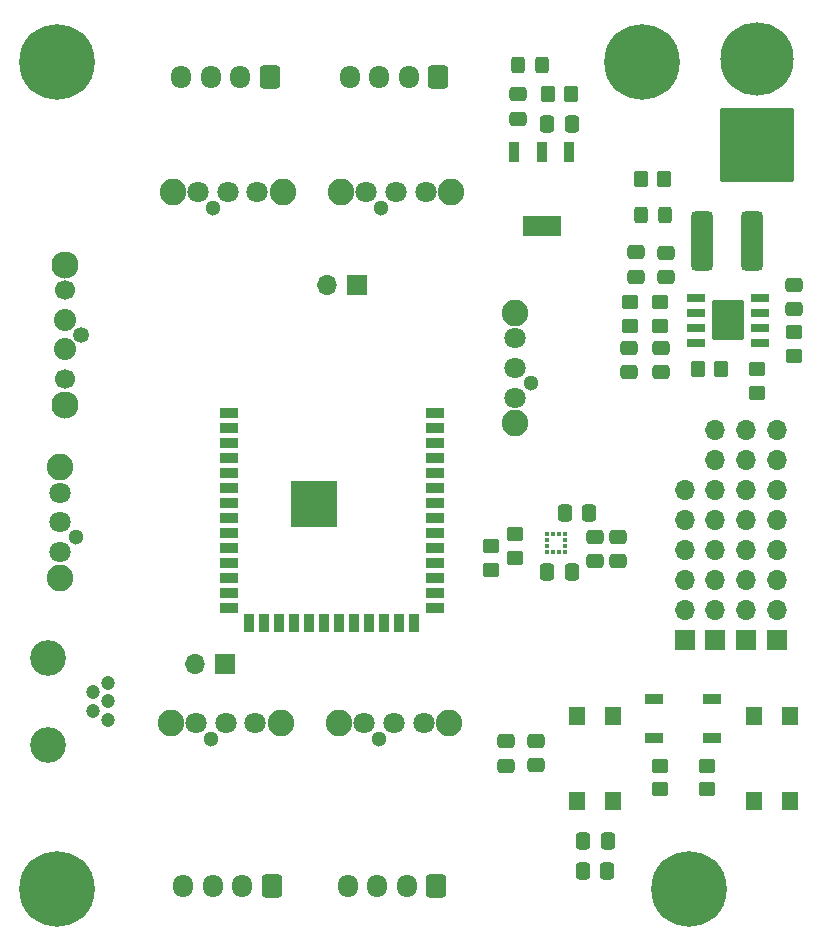
<source format=gbr>
%TF.GenerationSoftware,KiCad,Pcbnew,8.0.7*%
%TF.CreationDate,2025-04-09T11:56:33+02:00*%
%TF.ProjectId,PCB_CDFR,5043425f-4344-4465-922e-6b696361645f,rev?*%
%TF.SameCoordinates,Original*%
%TF.FileFunction,Soldermask,Top*%
%TF.FilePolarity,Negative*%
%FSLAX46Y46*%
G04 Gerber Fmt 4.6, Leading zero omitted, Abs format (unit mm)*
G04 Created by KiCad (PCBNEW 8.0.7) date 2025-04-09 11:56:33*
%MOMM*%
%LPD*%
G01*
G04 APERTURE LIST*
G04 Aperture macros list*
%AMRoundRect*
0 Rectangle with rounded corners*
0 $1 Rounding radius*
0 $2 $3 $4 $5 $6 $7 $8 $9 X,Y pos of 4 corners*
0 Add a 4 corners polygon primitive as box body*
4,1,4,$2,$3,$4,$5,$6,$7,$8,$9,$2,$3,0*
0 Add four circle primitives for the rounded corners*
1,1,$1+$1,$2,$3*
1,1,$1+$1,$4,$5*
1,1,$1+$1,$6,$7*
1,1,$1+$1,$8,$9*
0 Add four rect primitives between the rounded corners*
20,1,$1+$1,$2,$3,$4,$5,0*
20,1,$1+$1,$4,$5,$6,$7,0*
20,1,$1+$1,$6,$7,$8,$9,0*
20,1,$1+$1,$8,$9,$2,$3,0*%
G04 Aperture macros list end*
%ADD10RoundRect,0.030000X0.745000X0.270000X-0.745000X0.270000X-0.745000X-0.270000X0.745000X-0.270000X0*%
%ADD11RoundRect,0.135500X-1.219500X-1.564500X1.219500X-1.564500X1.219500X1.564500X-1.219500X1.564500X0*%
%ADD12RoundRect,0.250000X0.450000X-0.350000X0.450000X0.350000X-0.450000X0.350000X-0.450000X-0.350000X0*%
%ADD13R,1.500000X0.900000*%
%ADD14R,0.900000X1.500000*%
%ADD15C,0.600000*%
%ADD16R,3.900000X3.900000*%
%ADD17R,1.700000X1.700000*%
%ADD18O,1.700000X1.700000*%
%ADD19RoundRect,0.250000X-0.475000X0.337500X-0.475000X-0.337500X0.475000X-0.337500X0.475000X0.337500X0*%
%ADD20RoundRect,0.250000X-0.350000X-0.450000X0.350000X-0.450000X0.350000X0.450000X-0.350000X0.450000X0*%
%ADD21RoundRect,0.475000X0.475000X2.075000X-0.475000X2.075000X-0.475000X-2.075000X0.475000X-2.075000X0*%
%ADD22C,3.600000*%
%ADD23C,6.400000*%
%ADD24RoundRect,0.250000X-0.450000X0.350000X-0.450000X-0.350000X0.450000X-0.350000X0.450000X0.350000X0*%
%ADD25RoundRect,0.250000X0.600000X0.725000X-0.600000X0.725000X-0.600000X-0.725000X0.600000X-0.725000X0*%
%ADD26O,1.700000X1.950000*%
%ADD27C,1.300000*%
%ADD28C,1.800000*%
%ADD29C,2.250000*%
%ADD30R,1.400000X1.600000*%
%ADD31C,1.200000*%
%ADD32C,3.030000*%
%ADD33R,0.950000X1.750000*%
%ADD34R,3.200000X1.750000*%
%ADD35RoundRect,0.250000X-0.337500X-0.475000X0.337500X-0.475000X0.337500X0.475000X-0.337500X0.475000X0*%
%ADD36R,0.375000X0.350000*%
%ADD37R,0.350000X0.375000*%
%ADD38RoundRect,0.250000X0.475000X-0.337500X0.475000X0.337500X-0.475000X0.337500X-0.475000X-0.337500X0*%
%ADD39RoundRect,0.250000X-0.325000X-0.450000X0.325000X-0.450000X0.325000X0.450000X-0.325000X0.450000X0*%
%ADD40RoundRect,0.250000X0.337500X0.475000X-0.337500X0.475000X-0.337500X-0.475000X0.337500X-0.475000X0*%
%ADD41C,6.204000*%
%ADD42RoundRect,0.102000X3.000000X-3.000000X3.000000X3.000000X-3.000000X3.000000X-3.000000X-3.000000X0*%
%ADD43C,1.350000*%
%ADD44C,1.700000*%
%ADD45C,1.875000*%
%ADD46C,2.300000*%
%ADD47RoundRect,0.090000X-0.660000X-0.360000X0.660000X-0.360000X0.660000X0.360000X-0.660000X0.360000X0*%
G04 APERTURE END LIST*
D10*
%TO.C,BUCK1*%
X140600000Y-48995000D03*
X140600000Y-50265000D03*
X140600000Y-51535000D03*
X140600000Y-52805000D03*
X146000000Y-52800000D03*
X146000000Y-51530000D03*
X146000000Y-50260000D03*
X146000000Y-48990000D03*
D11*
X143300000Y-50900000D03*
%TD*%
D12*
%TO.C,R6*%
X148900000Y-53900000D03*
X148900000Y-51900000D03*
%TD*%
D13*
%TO.C,U2*%
X101000000Y-58740000D03*
X101000000Y-60010000D03*
X101000000Y-61280000D03*
X101000000Y-62550000D03*
X101000000Y-63820000D03*
X101000000Y-65090000D03*
X101000000Y-66360000D03*
X101000000Y-67630000D03*
X101000000Y-68900000D03*
X101000000Y-70170000D03*
X101000000Y-71440000D03*
X101000000Y-72710000D03*
X101000000Y-73980000D03*
X101000000Y-75250000D03*
D14*
X102765000Y-76500000D03*
X104035000Y-76500000D03*
X105305000Y-76500000D03*
X106575000Y-76500000D03*
X107845000Y-76500000D03*
X109115000Y-76500000D03*
X110385000Y-76500000D03*
X111655000Y-76500000D03*
X112925000Y-76500000D03*
X114195000Y-76500000D03*
X115465000Y-76500000D03*
X116735000Y-76500000D03*
D13*
X118500000Y-75250000D03*
X118500000Y-73980000D03*
X118500000Y-72710000D03*
X118500000Y-71440000D03*
X118500000Y-70170000D03*
X118500000Y-68900000D03*
X118500000Y-67630000D03*
X118500000Y-66360000D03*
X118500000Y-65090000D03*
X118500000Y-63820000D03*
X118500000Y-62550000D03*
X118500000Y-61280000D03*
X118500000Y-60010000D03*
X118500000Y-58740000D03*
D15*
X106850000Y-65760000D03*
X106850000Y-67160000D03*
X107550000Y-65060000D03*
X107550000Y-66460000D03*
X107550000Y-67860000D03*
X108250000Y-65760000D03*
D16*
X108250000Y-66460000D03*
D15*
X108250000Y-67160000D03*
X108950000Y-65060000D03*
X108950000Y-66460000D03*
X108950000Y-67860000D03*
X109650000Y-65760000D03*
X109650000Y-67160000D03*
%TD*%
D12*
%TO.C,R1*%
X137500000Y-90600000D03*
X137500000Y-88600000D03*
%TD*%
D17*
%TO.C,FREE_PIN_1*%
X139600000Y-77975000D03*
D18*
X139600000Y-75435000D03*
X139600000Y-72895000D03*
X139600000Y-70355000D03*
X139600000Y-67815000D03*
X139600000Y-65275000D03*
%TD*%
D19*
%TO.C,C7*%
X137600000Y-53200000D03*
X137600000Y-55275000D03*
%TD*%
D20*
%TO.C,R5*%
X140700000Y-55000000D03*
X142700000Y-55000000D03*
%TD*%
D21*
%TO.C,L1*%
X145300000Y-44200000D03*
X141100000Y-44200000D03*
%TD*%
D17*
%TO.C,GND_1*%
X144800000Y-77975000D03*
D18*
X144800000Y-75435000D03*
X144800000Y-72895000D03*
X144800000Y-70355000D03*
X144800000Y-67815000D03*
X144800000Y-65275000D03*
X144800000Y-62735000D03*
X144800000Y-60195000D03*
%TD*%
D17*
%TO.C,FREE_PIN_3*%
X100700000Y-80000000D03*
D18*
X98160000Y-80000000D03*
%TD*%
D22*
%TO.C,H3*%
X86500000Y-99000000D03*
D23*
X86500000Y-99000000D03*
%TD*%
D20*
%TO.C,RLED1*%
X135900000Y-38950000D03*
X137900000Y-38950000D03*
%TD*%
D24*
%TO.C,R801*%
X123250000Y-70000000D03*
X123250000Y-72000000D03*
%TD*%
D25*
%TO.C,ENC4*%
X118580000Y-98750000D03*
D26*
X116080000Y-98750000D03*
X113580000Y-98750000D03*
X111080000Y-98750000D03*
%TD*%
D27*
%TO.C,UART_HEDGEHOG1*%
X126590000Y-56170000D03*
D28*
X125250000Y-57420000D03*
X125250000Y-54920000D03*
X125250000Y-52420000D03*
D29*
X125250000Y-59590000D03*
X125250000Y-50250000D03*
%TD*%
D25*
%TO.C,ENC1*%
X104500000Y-30250000D03*
D26*
X102000000Y-30250000D03*
X99500000Y-30250000D03*
X97000000Y-30250000D03*
%TD*%
D20*
%TO.C,RLED2*%
X128000000Y-31750000D03*
X130000000Y-31750000D03*
%TD*%
D19*
%TO.C,C1*%
X127000000Y-86462500D03*
X127000000Y-88537500D03*
%TD*%
D30*
%TO.C,SWITCHEN1*%
X130500000Y-84400000D03*
X130500000Y-91600000D03*
X133500000Y-84400000D03*
X133500000Y-91600000D03*
%TD*%
%TO.C,SWITCHBOOT1*%
X148500000Y-91600000D03*
X148500000Y-84400000D03*
X145500000Y-91600000D03*
X145500000Y-84400000D03*
%TD*%
D31*
%TO.C,MINIUSB1*%
X90750000Y-81550000D03*
X89550000Y-82350000D03*
X90750000Y-83150000D03*
X89550000Y-83950000D03*
X90750000Y-84750000D03*
D32*
X85700000Y-79500000D03*
X85700000Y-86800000D03*
%TD*%
D19*
%TO.C,C14*%
X132000000Y-69212500D03*
X132000000Y-71287500D03*
%TD*%
D33*
%TO.C,LDO1*%
X129800000Y-36600000D03*
X127500000Y-36600000D03*
X125200000Y-36600000D03*
D34*
X127500000Y-42900000D03*
%TD*%
D35*
%TO.C,C13*%
X127962500Y-72212500D03*
X130037500Y-72212500D03*
%TD*%
D36*
%TO.C,U1*%
X127975000Y-68962500D03*
X127975000Y-69462500D03*
X127975000Y-69962500D03*
X127975000Y-70462500D03*
D37*
X128487500Y-70475000D03*
X128987500Y-70475000D03*
D36*
X129500000Y-70462500D03*
X129500000Y-69962500D03*
X129500000Y-69462500D03*
X129500000Y-68962500D03*
D37*
X128987500Y-68950000D03*
X128487500Y-68950000D03*
%TD*%
D27*
%TO.C,MOTOR2*%
X113920000Y-41340000D03*
D28*
X112670000Y-40000000D03*
X115170000Y-40000000D03*
X117670000Y-40000000D03*
D29*
X110500000Y-40000000D03*
X119840000Y-40000000D03*
%TD*%
D38*
%TO.C,C8*%
X148900000Y-49937500D03*
X148900000Y-47862500D03*
%TD*%
D39*
%TO.C,LED1*%
X135900000Y-41950000D03*
X137950000Y-41950000D03*
%TD*%
D17*
%TO.C,5V_1*%
X142200000Y-77975000D03*
D18*
X142200000Y-75435000D03*
X142200000Y-72895000D03*
X142200000Y-70355000D03*
X142200000Y-67815000D03*
X142200000Y-65275000D03*
X142200000Y-62735000D03*
X142200000Y-60195000D03*
%TD*%
D35*
%TO.C,C15*%
X129462500Y-67212500D03*
X131537500Y-67212500D03*
%TD*%
D24*
%TO.C,R8*%
X141500000Y-88600000D03*
X141500000Y-90600000D03*
%TD*%
D40*
%TO.C,C5*%
X133100000Y-95000000D03*
X131025000Y-95000000D03*
%TD*%
D25*
%TO.C,ENC2*%
X118750000Y-30250000D03*
D26*
X116250000Y-30250000D03*
X113750000Y-30250000D03*
X111250000Y-30250000D03*
%TD*%
D19*
%TO.C,C9*%
X138000000Y-45162500D03*
X138000000Y-47237500D03*
%TD*%
D22*
%TO.C,H1*%
X86500000Y-29000000D03*
D23*
X86500000Y-29000000D03*
%TD*%
D19*
%TO.C,C12*%
X134000000Y-69212500D03*
X134000000Y-71287500D03*
%TD*%
D12*
%TO.C,R2*%
X137500000Y-51337500D03*
X137500000Y-49337500D03*
%TD*%
D27*
%TO.C,MOTOR1*%
X99670000Y-41340000D03*
D28*
X98420000Y-40000000D03*
X100920000Y-40000000D03*
X103420000Y-40000000D03*
D29*
X96250000Y-40000000D03*
X105590000Y-40000000D03*
%TD*%
D22*
%TO.C,H2*%
X136000000Y-29000000D03*
D23*
X136000000Y-29000000D03*
%TD*%
D12*
%TO.C,R7*%
X145700000Y-57000000D03*
X145700000Y-55000000D03*
%TD*%
D41*
%TO.C,POWER_1*%
X145750000Y-28800000D03*
D42*
X145750000Y-36000000D03*
%TD*%
D17*
%TO.C,3V3_1*%
X147400000Y-77975000D03*
D18*
X147400000Y-75435000D03*
X147400000Y-72895000D03*
X147400000Y-70355000D03*
X147400000Y-67815000D03*
X147400000Y-65275000D03*
X147400000Y-62735000D03*
X147400000Y-60195000D03*
%TD*%
D22*
%TO.C,H4*%
X140000000Y-99000000D03*
D23*
X140000000Y-99000000D03*
%TD*%
D27*
%TO.C,URGENCE1*%
X88090000Y-69250000D03*
D28*
X86750000Y-70500000D03*
X86750000Y-68000000D03*
X86750000Y-65500000D03*
D29*
X86750000Y-72670000D03*
X86750000Y-63330000D03*
%TD*%
D17*
%TO.C,FREE_PIN_2*%
X111875000Y-47900000D03*
D18*
X109335000Y-47900000D03*
%TD*%
D24*
%TO.C,R3*%
X135000000Y-49337500D03*
X135000000Y-51337500D03*
%TD*%
D43*
%TO.C,UART_LIDAR1*%
X88500000Y-52100000D03*
D44*
X87160000Y-55850000D03*
D45*
X87160000Y-53350000D03*
X87160000Y-50850000D03*
D44*
X87160000Y-48350000D03*
D46*
X87160000Y-58020000D03*
X87160000Y-46180000D03*
%TD*%
D24*
%TO.C,R800*%
X125250000Y-69000000D03*
X125250000Y-71000000D03*
%TD*%
D19*
%TO.C,C10*%
X135500000Y-45125000D03*
X135500000Y-47200000D03*
%TD*%
D40*
%TO.C,C6*%
X133037500Y-97500000D03*
X130962500Y-97500000D03*
%TD*%
D27*
%TO.C,MOTOR3*%
X99500000Y-86340000D03*
D28*
X98250000Y-85000000D03*
X100750000Y-85000000D03*
X103250000Y-85000000D03*
D29*
X96080000Y-85000000D03*
X105420000Y-85000000D03*
%TD*%
D38*
%TO.C,C3*%
X125500000Y-33825000D03*
X125500000Y-31750000D03*
%TD*%
D40*
%TO.C,C2*%
X130037500Y-34250000D03*
X127962500Y-34250000D03*
%TD*%
D39*
%TO.C,LED2*%
X125500000Y-29250000D03*
X127550000Y-29250000D03*
%TD*%
D47*
%TO.C,D2*%
X137000000Y-82950000D03*
X137000000Y-86250000D03*
X141900000Y-86250000D03*
X141900000Y-82950000D03*
%TD*%
D25*
%TO.C,ENC3*%
X104670000Y-98750000D03*
D26*
X102170000Y-98750000D03*
X99670000Y-98750000D03*
X97170000Y-98750000D03*
%TD*%
D27*
%TO.C,MOTOR4*%
X113750000Y-86340000D03*
D28*
X112500000Y-85000000D03*
X115000000Y-85000000D03*
X117500000Y-85000000D03*
D29*
X110330000Y-85000000D03*
X119670000Y-85000000D03*
%TD*%
D19*
%TO.C,C4*%
X134900000Y-53200000D03*
X134900000Y-55275000D03*
%TD*%
D38*
%TO.C,C11*%
X124500000Y-88600000D03*
X124500000Y-86525000D03*
%TD*%
M02*

</source>
